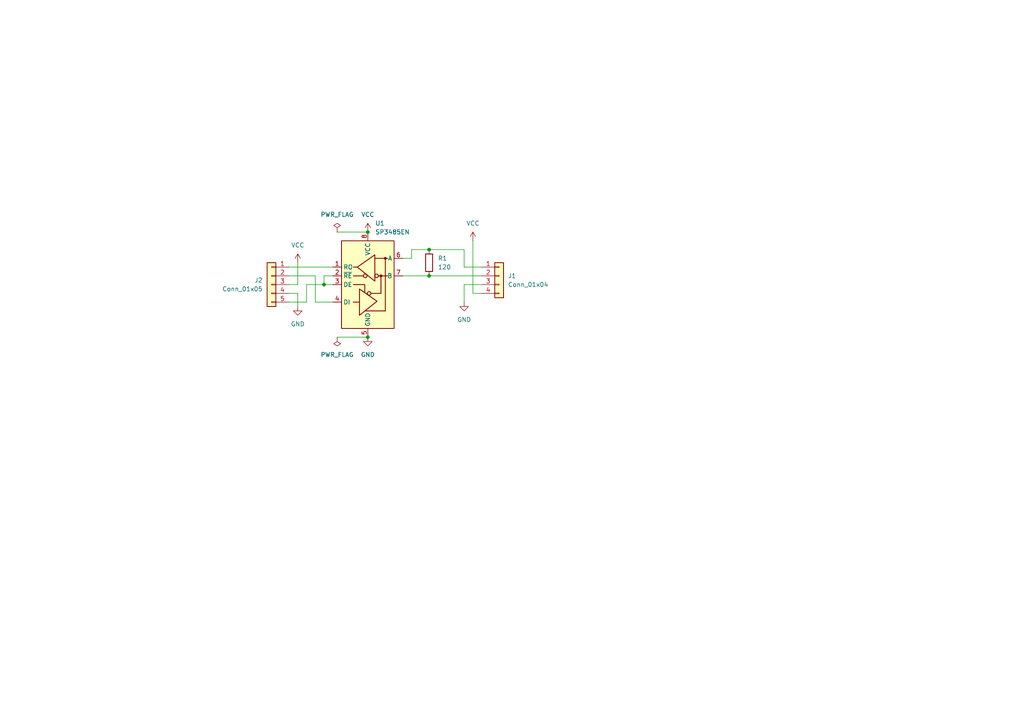
<source format=kicad_sch>
(kicad_sch
	(version 20250114)
	(generator "eeschema")
	(generator_version "9.0")
	(uuid "4aaea432-0f12-4680-bb45-1311fb849de5")
	(paper "A4")
	(lib_symbols
		(symbol "Connector_Generic:Conn_01x04"
			(pin_names
				(offset 1.016)
				(hide yes)
			)
			(exclude_from_sim no)
			(in_bom yes)
			(on_board yes)
			(property "Reference" "J"
				(at 0 5.08 0)
				(effects
					(font
						(size 1.27 1.27)
					)
				)
			)
			(property "Value" "Conn_01x04"
				(at 0 -7.62 0)
				(effects
					(font
						(size 1.27 1.27)
					)
				)
			)
			(property "Footprint" ""
				(at 0 0 0)
				(effects
					(font
						(size 1.27 1.27)
					)
					(hide yes)
				)
			)
			(property "Datasheet" "~"
				(at 0 0 0)
				(effects
					(font
						(size 1.27 1.27)
					)
					(hide yes)
				)
			)
			(property "Description" "Generic connector, single row, 01x04, script generated (kicad-library-utils/schlib/autogen/connector/)"
				(at 0 0 0)
				(effects
					(font
						(size 1.27 1.27)
					)
					(hide yes)
				)
			)
			(property "ki_keywords" "connector"
				(at 0 0 0)
				(effects
					(font
						(size 1.27 1.27)
					)
					(hide yes)
				)
			)
			(property "ki_fp_filters" "Connector*:*_1x??_*"
				(at 0 0 0)
				(effects
					(font
						(size 1.27 1.27)
					)
					(hide yes)
				)
			)
			(symbol "Conn_01x04_1_1"
				(rectangle
					(start -1.27 3.81)
					(end 1.27 -6.35)
					(stroke
						(width 0.254)
						(type default)
					)
					(fill
						(type background)
					)
				)
				(rectangle
					(start -1.27 2.667)
					(end 0 2.413)
					(stroke
						(width 0.1524)
						(type default)
					)
					(fill
						(type none)
					)
				)
				(rectangle
					(start -1.27 0.127)
					(end 0 -0.127)
					(stroke
						(width 0.1524)
						(type default)
					)
					(fill
						(type none)
					)
				)
				(rectangle
					(start -1.27 -2.413)
					(end 0 -2.667)
					(stroke
						(width 0.1524)
						(type default)
					)
					(fill
						(type none)
					)
				)
				(rectangle
					(start -1.27 -4.953)
					(end 0 -5.207)
					(stroke
						(width 0.1524)
						(type default)
					)
					(fill
						(type none)
					)
				)
				(pin passive line
					(at -5.08 2.54 0)
					(length 3.81)
					(name "Pin_1"
						(effects
							(font
								(size 1.27 1.27)
							)
						)
					)
					(number "1"
						(effects
							(font
								(size 1.27 1.27)
							)
						)
					)
				)
				(pin passive line
					(at -5.08 0 0)
					(length 3.81)
					(name "Pin_2"
						(effects
							(font
								(size 1.27 1.27)
							)
						)
					)
					(number "2"
						(effects
							(font
								(size 1.27 1.27)
							)
						)
					)
				)
				(pin passive line
					(at -5.08 -2.54 0)
					(length 3.81)
					(name "Pin_3"
						(effects
							(font
								(size 1.27 1.27)
							)
						)
					)
					(number "3"
						(effects
							(font
								(size 1.27 1.27)
							)
						)
					)
				)
				(pin passive line
					(at -5.08 -5.08 0)
					(length 3.81)
					(name "Pin_4"
						(effects
							(font
								(size 1.27 1.27)
							)
						)
					)
					(number "4"
						(effects
							(font
								(size 1.27 1.27)
							)
						)
					)
				)
			)
			(embedded_fonts no)
		)
		(symbol "Connector_Generic:Conn_01x05"
			(pin_names
				(offset 1.016)
				(hide yes)
			)
			(exclude_from_sim no)
			(in_bom yes)
			(on_board yes)
			(property "Reference" "J"
				(at 0 7.62 0)
				(effects
					(font
						(size 1.27 1.27)
					)
				)
			)
			(property "Value" "Conn_01x05"
				(at 0 -7.62 0)
				(effects
					(font
						(size 1.27 1.27)
					)
				)
			)
			(property "Footprint" ""
				(at 0 0 0)
				(effects
					(font
						(size 1.27 1.27)
					)
					(hide yes)
				)
			)
			(property "Datasheet" "~"
				(at 0 0 0)
				(effects
					(font
						(size 1.27 1.27)
					)
					(hide yes)
				)
			)
			(property "Description" "Generic connector, single row, 01x05, script generated (kicad-library-utils/schlib/autogen/connector/)"
				(at 0 0 0)
				(effects
					(font
						(size 1.27 1.27)
					)
					(hide yes)
				)
			)
			(property "ki_keywords" "connector"
				(at 0 0 0)
				(effects
					(font
						(size 1.27 1.27)
					)
					(hide yes)
				)
			)
			(property "ki_fp_filters" "Connector*:*_1x??_*"
				(at 0 0 0)
				(effects
					(font
						(size 1.27 1.27)
					)
					(hide yes)
				)
			)
			(symbol "Conn_01x05_1_1"
				(rectangle
					(start -1.27 6.35)
					(end 1.27 -6.35)
					(stroke
						(width 0.254)
						(type default)
					)
					(fill
						(type background)
					)
				)
				(rectangle
					(start -1.27 5.207)
					(end 0 4.953)
					(stroke
						(width 0.1524)
						(type default)
					)
					(fill
						(type none)
					)
				)
				(rectangle
					(start -1.27 2.667)
					(end 0 2.413)
					(stroke
						(width 0.1524)
						(type default)
					)
					(fill
						(type none)
					)
				)
				(rectangle
					(start -1.27 0.127)
					(end 0 -0.127)
					(stroke
						(width 0.1524)
						(type default)
					)
					(fill
						(type none)
					)
				)
				(rectangle
					(start -1.27 -2.413)
					(end 0 -2.667)
					(stroke
						(width 0.1524)
						(type default)
					)
					(fill
						(type none)
					)
				)
				(rectangle
					(start -1.27 -4.953)
					(end 0 -5.207)
					(stroke
						(width 0.1524)
						(type default)
					)
					(fill
						(type none)
					)
				)
				(pin passive line
					(at -5.08 5.08 0)
					(length 3.81)
					(name "Pin_1"
						(effects
							(font
								(size 1.27 1.27)
							)
						)
					)
					(number "1"
						(effects
							(font
								(size 1.27 1.27)
							)
						)
					)
				)
				(pin passive line
					(at -5.08 2.54 0)
					(length 3.81)
					(name "Pin_2"
						(effects
							(font
								(size 1.27 1.27)
							)
						)
					)
					(number "2"
						(effects
							(font
								(size 1.27 1.27)
							)
						)
					)
				)
				(pin passive line
					(at -5.08 0 0)
					(length 3.81)
					(name "Pin_3"
						(effects
							(font
								(size 1.27 1.27)
							)
						)
					)
					(number "3"
						(effects
							(font
								(size 1.27 1.27)
							)
						)
					)
				)
				(pin passive line
					(at -5.08 -2.54 0)
					(length 3.81)
					(name "Pin_4"
						(effects
							(font
								(size 1.27 1.27)
							)
						)
					)
					(number "4"
						(effects
							(font
								(size 1.27 1.27)
							)
						)
					)
				)
				(pin passive line
					(at -5.08 -5.08 0)
					(length 3.81)
					(name "Pin_5"
						(effects
							(font
								(size 1.27 1.27)
							)
						)
					)
					(number "5"
						(effects
							(font
								(size 1.27 1.27)
							)
						)
					)
				)
			)
			(embedded_fonts no)
		)
		(symbol "Device:R"
			(pin_numbers
				(hide yes)
			)
			(pin_names
				(offset 0)
			)
			(exclude_from_sim no)
			(in_bom yes)
			(on_board yes)
			(property "Reference" "R"
				(at 2.032 0 90)
				(effects
					(font
						(size 1.27 1.27)
					)
				)
			)
			(property "Value" "R"
				(at 0 0 90)
				(effects
					(font
						(size 1.27 1.27)
					)
				)
			)
			(property "Footprint" ""
				(at -1.778 0 90)
				(effects
					(font
						(size 1.27 1.27)
					)
					(hide yes)
				)
			)
			(property "Datasheet" "~"
				(at 0 0 0)
				(effects
					(font
						(size 1.27 1.27)
					)
					(hide yes)
				)
			)
			(property "Description" "Resistor"
				(at 0 0 0)
				(effects
					(font
						(size 1.27 1.27)
					)
					(hide yes)
				)
			)
			(property "ki_keywords" "R res resistor"
				(at 0 0 0)
				(effects
					(font
						(size 1.27 1.27)
					)
					(hide yes)
				)
			)
			(property "ki_fp_filters" "R_*"
				(at 0 0 0)
				(effects
					(font
						(size 1.27 1.27)
					)
					(hide yes)
				)
			)
			(symbol "R_0_1"
				(rectangle
					(start -1.016 -2.54)
					(end 1.016 2.54)
					(stroke
						(width 0.254)
						(type default)
					)
					(fill
						(type none)
					)
				)
			)
			(symbol "R_1_1"
				(pin passive line
					(at 0 3.81 270)
					(length 1.27)
					(name "~"
						(effects
							(font
								(size 1.27 1.27)
							)
						)
					)
					(number "1"
						(effects
							(font
								(size 1.27 1.27)
							)
						)
					)
				)
				(pin passive line
					(at 0 -3.81 90)
					(length 1.27)
					(name "~"
						(effects
							(font
								(size 1.27 1.27)
							)
						)
					)
					(number "2"
						(effects
							(font
								(size 1.27 1.27)
							)
						)
					)
				)
			)
			(embedded_fonts no)
		)
		(symbol "Interface_UART:SP3485EN"
			(exclude_from_sim no)
			(in_bom yes)
			(on_board yes)
			(property "Reference" "U"
				(at -7.62 13.97 0)
				(effects
					(font
						(size 1.27 1.27)
					)
					(justify left)
				)
			)
			(property "Value" "SP3485EN"
				(at 1.905 13.97 0)
				(effects
					(font
						(size 1.27 1.27)
					)
					(justify left)
				)
			)
			(property "Footprint" "Package_SO:SOIC-8_3.9x4.9mm_P1.27mm"
				(at 26.67 -8.89 0)
				(effects
					(font
						(size 1.27 1.27)
						(italic yes)
					)
					(hide yes)
				)
			)
			(property "Datasheet" "http://www.icbase.com/pdf/SPX/SPX00480106.pdf"
				(at 0 0 0)
				(effects
					(font
						(size 1.27 1.27)
					)
					(hide yes)
				)
			)
			(property "Description" "Industrial 3.3V Low Power Half-Duplex RS-485 Transceiver 10Mbps, SOIC-8"
				(at 0 0 0)
				(effects
					(font
						(size 1.27 1.27)
					)
					(hide yes)
				)
			)
			(property "ki_keywords" "Low Power Half-Duplex RS-485 Transceiver 10Mbps"
				(at 0 0 0)
				(effects
					(font
						(size 1.27 1.27)
					)
					(hide yes)
				)
			)
			(property "ki_fp_filters" "SOIC*3.9x4.9mm*P1.27mm*"
				(at 0 0 0)
				(effects
					(font
						(size 1.27 1.27)
					)
					(hide yes)
				)
			)
			(symbol "SP3485EN_0_1"
				(rectangle
					(start -7.62 12.7)
					(end 7.62 -12.7)
					(stroke
						(width 0.254)
						(type default)
					)
					(fill
						(type background)
					)
				)
				(polyline
					(pts
						(xy -4.191 2.54) (xy -1.27 2.54)
					)
					(stroke
						(width 0.254)
						(type default)
					)
					(fill
						(type none)
					)
				)
				(polyline
					(pts
						(xy -4.191 0) (xy -0.889 0) (xy -0.889 -2.286)
					)
					(stroke
						(width 0.254)
						(type default)
					)
					(fill
						(type none)
					)
				)
				(polyline
					(pts
						(xy -3.175 5.08) (xy -4.191 5.08) (xy -4.064 5.08)
					)
					(stroke
						(width 0.254)
						(type default)
					)
					(fill
						(type none)
					)
				)
				(polyline
					(pts
						(xy -2.54 -5.08) (xy -4.191 -5.08)
					)
					(stroke
						(width 0.254)
						(type default)
					)
					(fill
						(type none)
					)
				)
				(polyline
					(pts
						(xy -2.413 -5.08) (xy -2.413 -1.27) (xy 2.667 -4.826) (xy -2.413 -8.89) (xy -2.413 -5.08)
					)
					(stroke
						(width 0.254)
						(type default)
					)
					(fill
						(type none)
					)
				)
				(polyline
					(pts
						(xy -0.635 -7.62) (xy 5.08 -7.62)
					)
					(stroke
						(width 0.254)
						(type default)
					)
					(fill
						(type none)
					)
				)
				(circle
					(center 0.381 -2.54)
					(radius 0.508)
					(stroke
						(width 0.254)
						(type default)
					)
					(fill
						(type none)
					)
				)
				(polyline
					(pts
						(xy 0.889 -2.54) (xy 3.81 -2.54)
					)
					(stroke
						(width 0.254)
						(type default)
					)
					(fill
						(type none)
					)
				)
				(polyline
					(pts
						(xy 2.032 7.62) (xy 5.715 7.62)
					)
					(stroke
						(width 0.254)
						(type default)
					)
					(fill
						(type none)
					)
				)
				(polyline
					(pts
						(xy 3.048 2.54) (xy 5.715 2.54)
					)
					(stroke
						(width 0.254)
						(type default)
					)
					(fill
						(type none)
					)
				)
				(circle
					(center 3.81 2.54)
					(radius 0.2794)
					(stroke
						(width 0.254)
						(type default)
					)
					(fill
						(type outline)
					)
				)
				(polyline
					(pts
						(xy 3.81 -2.54) (xy 3.81 2.54)
					)
					(stroke
						(width 0.254)
						(type default)
					)
					(fill
						(type none)
					)
				)
				(polyline
					(pts
						(xy 5.08 -7.62) (xy 5.08 7.62)
					)
					(stroke
						(width 0.254)
						(type default)
					)
					(fill
						(type none)
					)
				)
			)
			(symbol "SP3485EN_1_1"
				(circle
					(center -0.762 2.54)
					(radius 0.508)
					(stroke
						(width 0.254)
						(type default)
					)
					(fill
						(type none)
					)
				)
				(polyline
					(pts
						(xy 2.032 4.826) (xy 2.032 8.636) (xy -3.048 5.08) (xy 2.032 1.016) (xy 2.032 4.826)
					)
					(stroke
						(width 0.254)
						(type default)
					)
					(fill
						(type none)
					)
				)
				(circle
					(center 2.54 2.54)
					(radius 0.508)
					(stroke
						(width 0.254)
						(type default)
					)
					(fill
						(type none)
					)
				)
				(circle
					(center 5.08 7.62)
					(radius 0.2794)
					(stroke
						(width 0.254)
						(type default)
					)
					(fill
						(type outline)
					)
				)
				(pin output line
					(at -10.16 5.08 0)
					(length 2.54)
					(name "RO"
						(effects
							(font
								(size 1.27 1.27)
							)
						)
					)
					(number "1"
						(effects
							(font
								(size 1.27 1.27)
							)
						)
					)
				)
				(pin input line
					(at -10.16 2.54 0)
					(length 2.54)
					(name "~{RE}"
						(effects
							(font
								(size 1.27 1.27)
							)
						)
					)
					(number "2"
						(effects
							(font
								(size 1.27 1.27)
							)
						)
					)
				)
				(pin input line
					(at -10.16 0 0)
					(length 2.54)
					(name "DE"
						(effects
							(font
								(size 1.27 1.27)
							)
						)
					)
					(number "3"
						(effects
							(font
								(size 1.27 1.27)
							)
						)
					)
				)
				(pin input line
					(at -10.16 -5.08 0)
					(length 2.54)
					(name "DI"
						(effects
							(font
								(size 1.27 1.27)
							)
						)
					)
					(number "4"
						(effects
							(font
								(size 1.27 1.27)
							)
						)
					)
				)
				(pin power_in line
					(at 0 15.24 270)
					(length 2.54)
					(name "VCC"
						(effects
							(font
								(size 1.27 1.27)
							)
						)
					)
					(number "8"
						(effects
							(font
								(size 1.27 1.27)
							)
						)
					)
				)
				(pin power_in line
					(at 0 -15.24 90)
					(length 2.54)
					(name "GND"
						(effects
							(font
								(size 1.27 1.27)
							)
						)
					)
					(number "5"
						(effects
							(font
								(size 1.27 1.27)
							)
						)
					)
				)
				(pin bidirectional line
					(at 10.16 7.62 180)
					(length 2.54)
					(name "A"
						(effects
							(font
								(size 1.27 1.27)
							)
						)
					)
					(number "6"
						(effects
							(font
								(size 1.27 1.27)
							)
						)
					)
				)
				(pin bidirectional line
					(at 10.16 2.54 180)
					(length 2.54)
					(name "B"
						(effects
							(font
								(size 1.27 1.27)
							)
						)
					)
					(number "7"
						(effects
							(font
								(size 1.27 1.27)
							)
						)
					)
				)
			)
			(embedded_fonts no)
		)
		(symbol "power:GND"
			(power)
			(pin_numbers
				(hide yes)
			)
			(pin_names
				(offset 0)
				(hide yes)
			)
			(exclude_from_sim no)
			(in_bom yes)
			(on_board yes)
			(property "Reference" "#PWR"
				(at 0 -6.35 0)
				(effects
					(font
						(size 1.27 1.27)
					)
					(hide yes)
				)
			)
			(property "Value" "GND"
				(at 0 -3.81 0)
				(effects
					(font
						(size 1.27 1.27)
					)
				)
			)
			(property "Footprint" ""
				(at 0 0 0)
				(effects
					(font
						(size 1.27 1.27)
					)
					(hide yes)
				)
			)
			(property "Datasheet" ""
				(at 0 0 0)
				(effects
					(font
						(size 1.27 1.27)
					)
					(hide yes)
				)
			)
			(property "Description" "Power symbol creates a global label with name \"GND\" , ground"
				(at 0 0 0)
				(effects
					(font
						(size 1.27 1.27)
					)
					(hide yes)
				)
			)
			(property "ki_keywords" "global power"
				(at 0 0 0)
				(effects
					(font
						(size 1.27 1.27)
					)
					(hide yes)
				)
			)
			(symbol "GND_0_1"
				(polyline
					(pts
						(xy 0 0) (xy 0 -1.27) (xy 1.27 -1.27) (xy 0 -2.54) (xy -1.27 -1.27) (xy 0 -1.27)
					)
					(stroke
						(width 0)
						(type default)
					)
					(fill
						(type none)
					)
				)
			)
			(symbol "GND_1_1"
				(pin power_in line
					(at 0 0 270)
					(length 0)
					(name "~"
						(effects
							(font
								(size 1.27 1.27)
							)
						)
					)
					(number "1"
						(effects
							(font
								(size 1.27 1.27)
							)
						)
					)
				)
			)
			(embedded_fonts no)
		)
		(symbol "power:PWR_FLAG"
			(power)
			(pin_numbers
				(hide yes)
			)
			(pin_names
				(offset 0)
				(hide yes)
			)
			(exclude_from_sim no)
			(in_bom yes)
			(on_board yes)
			(property "Reference" "#FLG"
				(at 0 1.905 0)
				(effects
					(font
						(size 1.27 1.27)
					)
					(hide yes)
				)
			)
			(property "Value" "PWR_FLAG"
				(at 0 3.81 0)
				(effects
					(font
						(size 1.27 1.27)
					)
				)
			)
			(property "Footprint" ""
				(at 0 0 0)
				(effects
					(font
						(size 1.27 1.27)
					)
					(hide yes)
				)
			)
			(property "Datasheet" "~"
				(at 0 0 0)
				(effects
					(font
						(size 1.27 1.27)
					)
					(hide yes)
				)
			)
			(property "Description" "Special symbol for telling ERC where power comes from"
				(at 0 0 0)
				(effects
					(font
						(size 1.27 1.27)
					)
					(hide yes)
				)
			)
			(property "ki_keywords" "flag power"
				(at 0 0 0)
				(effects
					(font
						(size 1.27 1.27)
					)
					(hide yes)
				)
			)
			(symbol "PWR_FLAG_0_0"
				(pin power_out line
					(at 0 0 90)
					(length 0)
					(name "~"
						(effects
							(font
								(size 1.27 1.27)
							)
						)
					)
					(number "1"
						(effects
							(font
								(size 1.27 1.27)
							)
						)
					)
				)
			)
			(symbol "PWR_FLAG_0_1"
				(polyline
					(pts
						(xy 0 0) (xy 0 1.27) (xy -1.016 1.905) (xy 0 2.54) (xy 1.016 1.905) (xy 0 1.27)
					)
					(stroke
						(width 0)
						(type default)
					)
					(fill
						(type none)
					)
				)
			)
			(embedded_fonts no)
		)
		(symbol "power:VCC"
			(power)
			(pin_numbers
				(hide yes)
			)
			(pin_names
				(offset 0)
				(hide yes)
			)
			(exclude_from_sim no)
			(in_bom yes)
			(on_board yes)
			(property "Reference" "#PWR"
				(at 0 -3.81 0)
				(effects
					(font
						(size 1.27 1.27)
					)
					(hide yes)
				)
			)
			(property "Value" "VCC"
				(at 0 3.556 0)
				(effects
					(font
						(size 1.27 1.27)
					)
				)
			)
			(property "Footprint" ""
				(at 0 0 0)
				(effects
					(font
						(size 1.27 1.27)
					)
					(hide yes)
				)
			)
			(property "Datasheet" ""
				(at 0 0 0)
				(effects
					(font
						(size 1.27 1.27)
					)
					(hide yes)
				)
			)
			(property "Description" "Power symbol creates a global label with name \"VCC\""
				(at 0 0 0)
				(effects
					(font
						(size 1.27 1.27)
					)
					(hide yes)
				)
			)
			(property "ki_keywords" "global power"
				(at 0 0 0)
				(effects
					(font
						(size 1.27 1.27)
					)
					(hide yes)
				)
			)
			(symbol "VCC_0_1"
				(polyline
					(pts
						(xy -0.762 1.27) (xy 0 2.54)
					)
					(stroke
						(width 0)
						(type default)
					)
					(fill
						(type none)
					)
				)
				(polyline
					(pts
						(xy 0 2.54) (xy 0.762 1.27)
					)
					(stroke
						(width 0)
						(type default)
					)
					(fill
						(type none)
					)
				)
				(polyline
					(pts
						(xy 0 0) (xy 0 2.54)
					)
					(stroke
						(width 0)
						(type default)
					)
					(fill
						(type none)
					)
				)
			)
			(symbol "VCC_1_1"
				(pin power_in line
					(at 0 0 90)
					(length 0)
					(name "~"
						(effects
							(font
								(size 1.27 1.27)
							)
						)
					)
					(number "1"
						(effects
							(font
								(size 1.27 1.27)
							)
						)
					)
				)
			)
			(embedded_fonts no)
		)
	)
	(junction
		(at 124.46 72.39)
		(diameter 0)
		(color 0 0 0 0)
		(uuid "0c984d04-beb3-48ac-8a88-9edeb64710c1")
	)
	(junction
		(at 124.46 80.01)
		(diameter 0)
		(color 0 0 0 0)
		(uuid "257569d4-5a22-4274-990d-cc2d71b0cc23")
	)
	(junction
		(at 106.68 97.79)
		(diameter 0)
		(color 0 0 0 0)
		(uuid "ad52242b-479d-46c6-9134-200e36f1ba6d")
	)
	(junction
		(at 93.98 82.55)
		(diameter 0)
		(color 0 0 0 0)
		(uuid "bb4aa653-a771-4504-b5f0-3a2131ac1f68")
	)
	(junction
		(at 106.68 67.31)
		(diameter 0)
		(color 0 0 0 0)
		(uuid "d2085c8a-386b-4dce-9146-cfa2f340dfaa")
	)
	(wire
		(pts
			(xy 124.46 72.39) (xy 134.62 72.39)
		)
		(stroke
			(width 0)
			(type default)
		)
		(uuid "0c34169a-a364-4965-ae07-01d7d7a9a7cd")
	)
	(wire
		(pts
			(xy 97.79 67.31) (xy 106.68 67.31)
		)
		(stroke
			(width 0)
			(type default)
		)
		(uuid "23065310-5b87-4f63-b4a9-103563615a12")
	)
	(wire
		(pts
			(xy 83.82 77.47) (xy 96.52 77.47)
		)
		(stroke
			(width 0)
			(type default)
		)
		(uuid "267c84e5-1b2b-488c-978f-788809dc5685")
	)
	(wire
		(pts
			(xy 139.7 77.47) (xy 134.62 77.47)
		)
		(stroke
			(width 0)
			(type default)
		)
		(uuid "2789c8cb-8f39-40c6-8af6-32d2a490e779")
	)
	(wire
		(pts
			(xy 93.98 82.55) (xy 96.52 82.55)
		)
		(stroke
			(width 0)
			(type default)
		)
		(uuid "2b7fbefd-d430-46df-be73-24fe353530bb")
	)
	(wire
		(pts
			(xy 134.62 77.47) (xy 134.62 72.39)
		)
		(stroke
			(width 0)
			(type default)
		)
		(uuid "32203d5e-e39f-4250-a244-a7c2d479eb3f")
	)
	(wire
		(pts
			(xy 83.82 80.01) (xy 91.44 80.01)
		)
		(stroke
			(width 0)
			(type default)
		)
		(uuid "365d6bf6-0f62-40c2-82b3-e1944a4b2d94")
	)
	(wire
		(pts
			(xy 86.36 85.09) (xy 83.82 85.09)
		)
		(stroke
			(width 0)
			(type default)
		)
		(uuid "3fb0bf1a-06b4-4e10-bc25-a6e629aa0c9e")
	)
	(wire
		(pts
			(xy 91.44 80.01) (xy 91.44 87.63)
		)
		(stroke
			(width 0)
			(type default)
		)
		(uuid "42e16727-8533-4f37-9115-1f430c0681ce")
	)
	(wire
		(pts
			(xy 83.82 87.63) (xy 88.9 87.63)
		)
		(stroke
			(width 0)
			(type default)
		)
		(uuid "47f95d68-5e33-4346-9480-3bcad8c64c40")
	)
	(wire
		(pts
			(xy 93.98 80.01) (xy 93.98 82.55)
		)
		(stroke
			(width 0)
			(type default)
		)
		(uuid "55aa2b58-7be8-48fa-a219-5d166be109ec")
	)
	(wire
		(pts
			(xy 116.84 80.01) (xy 124.46 80.01)
		)
		(stroke
			(width 0)
			(type default)
		)
		(uuid "5a7ebb71-d8d6-45b9-983b-ff2ea797580f")
	)
	(wire
		(pts
			(xy 96.52 80.01) (xy 93.98 80.01)
		)
		(stroke
			(width 0)
			(type default)
		)
		(uuid "6a33abf3-bdb2-4ef3-96f0-31961c959427")
	)
	(wire
		(pts
			(xy 134.62 87.63) (xy 134.62 82.55)
		)
		(stroke
			(width 0)
			(type default)
		)
		(uuid "8337b0b5-4bdc-41fe-a858-07afab64ab58")
	)
	(wire
		(pts
			(xy 86.36 88.9) (xy 86.36 85.09)
		)
		(stroke
			(width 0)
			(type default)
		)
		(uuid "8bd79534-7c3c-4a2a-b712-66873c324403")
	)
	(wire
		(pts
			(xy 86.36 82.55) (xy 83.82 82.55)
		)
		(stroke
			(width 0)
			(type default)
		)
		(uuid "8e032608-5775-434e-8360-bfd3c5ea74c3")
	)
	(wire
		(pts
			(xy 86.36 76.2) (xy 86.36 82.55)
		)
		(stroke
			(width 0)
			(type default)
		)
		(uuid "91671e65-0563-48e0-be46-6f4ebfb8a1e9")
	)
	(wire
		(pts
			(xy 88.9 82.55) (xy 93.98 82.55)
		)
		(stroke
			(width 0)
			(type default)
		)
		(uuid "959aa2d7-7450-4787-8c68-5d58f75c2dba")
	)
	(wire
		(pts
			(xy 119.38 72.39) (xy 119.38 74.93)
		)
		(stroke
			(width 0)
			(type default)
		)
		(uuid "a2a5dc27-1695-4307-8bb7-811d8458a5a6")
	)
	(wire
		(pts
			(xy 97.79 97.79) (xy 106.68 97.79)
		)
		(stroke
			(width 0)
			(type default)
		)
		(uuid "adf10038-80d1-479f-a091-02e6c78c8d95")
	)
	(wire
		(pts
			(xy 119.38 74.93) (xy 116.84 74.93)
		)
		(stroke
			(width 0)
			(type default)
		)
		(uuid "b46222dc-b6b6-4d4e-8975-5a7fddbe545d")
	)
	(wire
		(pts
			(xy 91.44 87.63) (xy 96.52 87.63)
		)
		(stroke
			(width 0)
			(type default)
		)
		(uuid "b48c8483-b67a-4aa7-b05f-7adee66c694a")
	)
	(wire
		(pts
			(xy 124.46 80.01) (xy 139.7 80.01)
		)
		(stroke
			(width 0)
			(type default)
		)
		(uuid "b65689e7-e035-4b8f-b881-d4b3df97a265")
	)
	(wire
		(pts
			(xy 137.16 69.85) (xy 137.16 85.09)
		)
		(stroke
			(width 0)
			(type default)
		)
		(uuid "bdc1c7b2-f3be-4a00-a64f-02be97f34fd0")
	)
	(wire
		(pts
			(xy 119.38 72.39) (xy 124.46 72.39)
		)
		(stroke
			(width 0)
			(type default)
		)
		(uuid "ebad5cfc-ae87-4477-a96e-bb5431e7cbfa")
	)
	(wire
		(pts
			(xy 137.16 85.09) (xy 139.7 85.09)
		)
		(stroke
			(width 0)
			(type default)
		)
		(uuid "ef9e74ae-8fea-4603-92bc-4cd3337df7e8")
	)
	(wire
		(pts
			(xy 134.62 82.55) (xy 139.7 82.55)
		)
		(stroke
			(width 0)
			(type default)
		)
		(uuid "f952de11-7637-4bec-bed1-2076e680a0d6")
	)
	(wire
		(pts
			(xy 88.9 87.63) (xy 88.9 82.55)
		)
		(stroke
			(width 0)
			(type default)
		)
		(uuid "fc5485fe-7373-46ee-9501-11d727dea0cc")
	)
	(symbol
		(lib_id "power:GND")
		(at 106.68 97.79 0)
		(unit 1)
		(exclude_from_sim no)
		(in_bom yes)
		(on_board yes)
		(dnp no)
		(fields_autoplaced yes)
		(uuid "0cb40269-0cb5-4012-8131-6d994b9f691c")
		(property "Reference" "#PWR02"
			(at 106.68 104.14 0)
			(effects
				(font
					(size 1.27 1.27)
				)
				(hide yes)
			)
		)
		(property "Value" "GND"
			(at 106.68 102.87 0)
			(effects
				(font
					(size 1.27 1.27)
				)
			)
		)
		(property "Footprint" ""
			(at 106.68 97.79 0)
			(effects
				(font
					(size 1.27 1.27)
				)
				(hide yes)
			)
		)
		(property "Datasheet" ""
			(at 106.68 97.79 0)
			(effects
				(font
					(size 1.27 1.27)
				)
				(hide yes)
			)
		)
		(property "Description" "Power symbol creates a global label with name \"GND\" , ground"
			(at 106.68 97.79 0)
			(effects
				(font
					(size 1.27 1.27)
				)
				(hide yes)
			)
		)
		(pin "1"
			(uuid "d4ee99a4-6c06-4bb1-af08-fa006bea7999")
		)
		(instances
			(project ""
				(path "/4aaea432-0f12-4680-bb45-1311fb849de5"
					(reference "#PWR02")
					(unit 1)
				)
			)
		)
	)
	(symbol
		(lib_id "power:PWR_FLAG")
		(at 97.79 67.31 0)
		(unit 1)
		(exclude_from_sim no)
		(in_bom yes)
		(on_board yes)
		(dnp no)
		(fields_autoplaced yes)
		(uuid "1b1bebc2-9716-4dcf-a465-b3a5525171f4")
		(property "Reference" "#FLG01"
			(at 97.79 65.405 0)
			(effects
				(font
					(size 1.27 1.27)
				)
				(hide yes)
			)
		)
		(property "Value" "PWR_FLAG"
			(at 97.79 62.23 0)
			(effects
				(font
					(size 1.27 1.27)
				)
			)
		)
		(property "Footprint" ""
			(at 97.79 67.31 0)
			(effects
				(font
					(size 1.27 1.27)
				)
				(hide yes)
			)
		)
		(property "Datasheet" "~"
			(at 97.79 67.31 0)
			(effects
				(font
					(size 1.27 1.27)
				)
				(hide yes)
			)
		)
		(property "Description" "Special symbol for telling ERC where power comes from"
			(at 97.79 67.31 0)
			(effects
				(font
					(size 1.27 1.27)
				)
				(hide yes)
			)
		)
		(pin "1"
			(uuid "b2fb477a-50e2-44d8-978e-72acd2f10d1b")
		)
		(instances
			(project ""
				(path "/4aaea432-0f12-4680-bb45-1311fb849de5"
					(reference "#FLG01")
					(unit 1)
				)
			)
		)
	)
	(symbol
		(lib_id "Connector_Generic:Conn_01x04")
		(at 144.78 80.01 0)
		(unit 1)
		(exclude_from_sim no)
		(in_bom yes)
		(on_board yes)
		(dnp no)
		(fields_autoplaced yes)
		(uuid "22b1e1f2-fe93-4979-a8c4-66d62fc73fa6")
		(property "Reference" "J1"
			(at 147.32 80.0099 0)
			(effects
				(font
					(size 1.27 1.27)
				)
				(justify left)
			)
		)
		(property "Value" "Conn_01x04"
			(at 147.32 82.5499 0)
			(effects
				(font
					(size 1.27 1.27)
				)
				(justify left)
			)
		)
		(property "Footprint" "Connector_JST:JST_XH_S4B-XH-A_1x04_P2.50mm_Horizontal"
			(at 144.78 80.01 0)
			(effects
				(font
					(size 1.27 1.27)
				)
				(hide yes)
			)
		)
		(property "Datasheet" "~"
			(at 144.78 80.01 0)
			(effects
				(font
					(size 1.27 1.27)
				)
				(hide yes)
			)
		)
		(property "Description" "Generic connector, single row, 01x04, script generated (kicad-library-utils/schlib/autogen/connector/)"
			(at 144.78 80.01 0)
			(effects
				(font
					(size 1.27 1.27)
				)
				(hide yes)
			)
		)
		(pin "4"
			(uuid "8fa8469f-ed81-4a94-8544-b8a9dcb49a13")
		)
		(pin "1"
			(uuid "f836978b-5dfc-419c-b592-df467b7b6b3d")
		)
		(pin "2"
			(uuid "cb1d87fc-cd91-4fc3-822f-77f59b6a6d1f")
		)
		(pin "3"
			(uuid "832adb21-e3da-4172-b503-e831995a9554")
		)
		(instances
			(project ""
				(path "/4aaea432-0f12-4680-bb45-1311fb849de5"
					(reference "J1")
					(unit 1)
				)
			)
		)
	)
	(symbol
		(lib_id "power:VCC")
		(at 106.68 67.31 0)
		(unit 1)
		(exclude_from_sim no)
		(in_bom yes)
		(on_board yes)
		(dnp no)
		(fields_autoplaced yes)
		(uuid "4a3b0841-aab6-4e60-9ab2-cae45ef8551c")
		(property "Reference" "#PWR01"
			(at 106.68 71.12 0)
			(effects
				(font
					(size 1.27 1.27)
				)
				(hide yes)
			)
		)
		(property "Value" "VCC"
			(at 106.68 62.23 0)
			(effects
				(font
					(size 1.27 1.27)
				)
			)
		)
		(property "Footprint" ""
			(at 106.68 67.31 0)
			(effects
				(font
					(size 1.27 1.27)
				)
				(hide yes)
			)
		)
		(property "Datasheet" ""
			(at 106.68 67.31 0)
			(effects
				(font
					(size 1.27 1.27)
				)
				(hide yes)
			)
		)
		(property "Description" "Power symbol creates a global label with name \"VCC\""
			(at 106.68 67.31 0)
			(effects
				(font
					(size 1.27 1.27)
				)
				(hide yes)
			)
		)
		(pin "1"
			(uuid "17b5579f-2387-40b5-be10-93f59407b02b")
		)
		(instances
			(project ""
				(path "/4aaea432-0f12-4680-bb45-1311fb849de5"
					(reference "#PWR01")
					(unit 1)
				)
			)
		)
	)
	(symbol
		(lib_id "power:VCC")
		(at 86.36 76.2 0)
		(unit 1)
		(exclude_from_sim no)
		(in_bom yes)
		(on_board yes)
		(dnp no)
		(fields_autoplaced yes)
		(uuid "5647b889-1a7a-46d9-baff-4ac4754877ba")
		(property "Reference" "#PWR05"
			(at 86.36 80.01 0)
			(effects
				(font
					(size 1.27 1.27)
				)
				(hide yes)
			)
		)
		(property "Value" "VCC"
			(at 86.36 71.12 0)
			(effects
				(font
					(size 1.27 1.27)
				)
			)
		)
		(property "Footprint" ""
			(at 86.36 76.2 0)
			(effects
				(font
					(size 1.27 1.27)
				)
				(hide yes)
			)
		)
		(property "Datasheet" ""
			(at 86.36 76.2 0)
			(effects
				(font
					(size 1.27 1.27)
				)
				(hide yes)
			)
		)
		(property "Description" "Power symbol creates a global label with name \"VCC\""
			(at 86.36 76.2 0)
			(effects
				(font
					(size 1.27 1.27)
				)
				(hide yes)
			)
		)
		(pin "1"
			(uuid "b1e68028-cc99-4cdf-b9b4-e78d68ffb57b")
		)
		(instances
			(project "RS485"
				(path "/4aaea432-0f12-4680-bb45-1311fb849de5"
					(reference "#PWR05")
					(unit 1)
				)
			)
		)
	)
	(symbol
		(lib_id "power:VCC")
		(at 137.16 69.85 0)
		(unit 1)
		(exclude_from_sim no)
		(in_bom yes)
		(on_board yes)
		(dnp no)
		(fields_autoplaced yes)
		(uuid "60db1a0b-dc8e-490e-b31d-3eea697668a5")
		(property "Reference" "#PWR03"
			(at 137.16 73.66 0)
			(effects
				(font
					(size 1.27 1.27)
				)
				(hide yes)
			)
		)
		(property "Value" "VCC"
			(at 137.16 64.77 0)
			(effects
				(font
					(size 1.27 1.27)
				)
			)
		)
		(property "Footprint" ""
			(at 137.16 69.85 0)
			(effects
				(font
					(size 1.27 1.27)
				)
				(hide yes)
			)
		)
		(property "Datasheet" ""
			(at 137.16 69.85 0)
			(effects
				(font
					(size 1.27 1.27)
				)
				(hide yes)
			)
		)
		(property "Description" "Power symbol creates a global label with name \"VCC\""
			(at 137.16 69.85 0)
			(effects
				(font
					(size 1.27 1.27)
				)
				(hide yes)
			)
		)
		(pin "1"
			(uuid "a47a7d97-93a5-4b31-a966-cea0153c044d")
		)
		(instances
			(project "RS485"
				(path "/4aaea432-0f12-4680-bb45-1311fb849de5"
					(reference "#PWR03")
					(unit 1)
				)
			)
		)
	)
	(symbol
		(lib_id "Interface_UART:SP3485EN")
		(at 106.68 82.55 0)
		(unit 1)
		(exclude_from_sim no)
		(in_bom yes)
		(on_board yes)
		(dnp no)
		(fields_autoplaced yes)
		(uuid "8c48e714-2430-47ad-9570-544040d90d8c")
		(property "Reference" "U1"
			(at 108.8233 64.77 0)
			(effects
				(font
					(size 1.27 1.27)
				)
				(justify left)
			)
		)
		(property "Value" "SP3485EN"
			(at 108.8233 67.31 0)
			(effects
				(font
					(size 1.27 1.27)
				)
				(justify left)
			)
		)
		(property "Footprint" "Package_SO:SOIC-8_3.9x4.9mm_P1.27mm"
			(at 133.35 91.44 0)
			(effects
				(font
					(size 1.27 1.27)
					(italic yes)
				)
				(hide yes)
			)
		)
		(property "Datasheet" "http://www.icbase.com/pdf/SPX/SPX00480106.pdf"
			(at 106.68 82.55 0)
			(effects
				(font
					(size 1.27 1.27)
				)
				(hide yes)
			)
		)
		(property "Description" "Industrial 3.3V Low Power Half-Duplex RS-485 Transceiver 10Mbps, SOIC-8"
			(at 106.68 82.55 0)
			(effects
				(font
					(size 1.27 1.27)
				)
				(hide yes)
			)
		)
		(property "LCSC" "C8963"
			(at 106.68 82.55 0)
			(effects
				(font
					(size 1.27 1.27)
				)
				(hide yes)
			)
		)
		(pin "5"
			(uuid "4086e309-d278-4747-be9f-0d8e0734d565")
		)
		(pin "1"
			(uuid "7c15ad30-dfe0-4f80-b442-849d557d0904")
		)
		(pin "2"
			(uuid "9dc30a56-1ec8-4344-a735-257f4c6661ba")
		)
		(pin "7"
			(uuid "fe350d5a-261b-41c9-9697-831ee192fc27")
		)
		(pin "8"
			(uuid "9b8dc78a-eab8-4c06-8945-879adc461188")
		)
		(pin "6"
			(uuid "79e8e165-021d-42e9-8a4e-90ab67ba8bf6")
		)
		(pin "3"
			(uuid "3d8db4e5-5082-4525-937f-d18a24b78951")
		)
		(pin "4"
			(uuid "fecec43d-387b-4d25-a1cf-268885240df4")
		)
		(instances
			(project ""
				(path "/4aaea432-0f12-4680-bb45-1311fb849de5"
					(reference "U1")
					(unit 1)
				)
			)
		)
	)
	(symbol
		(lib_id "Connector_Generic:Conn_01x05")
		(at 78.74 82.55 0)
		(mirror y)
		(unit 1)
		(exclude_from_sim no)
		(in_bom yes)
		(on_board yes)
		(dnp no)
		(uuid "8e8ce2d0-3ebd-4e10-ba35-01d8a6e1b167")
		(property "Reference" "J2"
			(at 76.2 81.2799 0)
			(effects
				(font
					(size 1.27 1.27)
				)
				(justify left)
			)
		)
		(property "Value" "Conn_01x05"
			(at 76.2 83.8199 0)
			(effects
				(font
					(size 1.27 1.27)
				)
				(justify left)
			)
		)
		(property "Footprint" "Connector_JST:JST_XH_S5B-XH-A_1x05_P2.50mm_Horizontal"
			(at 78.74 82.55 0)
			(effects
				(font
					(size 1.27 1.27)
				)
				(hide yes)
			)
		)
		(property "Datasheet" "~"
			(at 78.74 82.55 0)
			(effects
				(font
					(size 1.27 1.27)
				)
				(hide yes)
			)
		)
		(property "Description" "Generic connector, single row, 01x05, script generated (kicad-library-utils/schlib/autogen/connector/)"
			(at 78.74 82.55 0)
			(effects
				(font
					(size 1.27 1.27)
				)
				(hide yes)
			)
		)
		(pin "4"
			(uuid "1b946875-4821-410e-85a7-8c6f9adaaa64")
		)
		(pin "3"
			(uuid "4e90597f-5ea0-4886-b13e-2aa116f17da4")
		)
		(pin "5"
			(uuid "11c09cd5-bac8-4e4e-912b-2024552463d1")
		)
		(pin "1"
			(uuid "ad3a8ca8-3938-43ee-8d1c-d56f5c403ee9")
		)
		(pin "2"
			(uuid "42eac0a7-2d58-4ea8-aa43-928a3017cb5d")
		)
		(instances
			(project ""
				(path "/4aaea432-0f12-4680-bb45-1311fb849de5"
					(reference "J2")
					(unit 1)
				)
			)
		)
	)
	(symbol
		(lib_id "power:GND")
		(at 86.36 88.9 0)
		(unit 1)
		(exclude_from_sim no)
		(in_bom yes)
		(on_board yes)
		(dnp no)
		(fields_autoplaced yes)
		(uuid "ba9285f8-fc91-42de-8ebd-48e030ecaa4d")
		(property "Reference" "#PWR06"
			(at 86.36 95.25 0)
			(effects
				(font
					(size 1.27 1.27)
				)
				(hide yes)
			)
		)
		(property "Value" "GND"
			(at 86.36 93.98 0)
			(effects
				(font
					(size 1.27 1.27)
				)
			)
		)
		(property "Footprint" ""
			(at 86.36 88.9 0)
			(effects
				(font
					(size 1.27 1.27)
				)
				(hide yes)
			)
		)
		(property "Datasheet" ""
			(at 86.36 88.9 0)
			(effects
				(font
					(size 1.27 1.27)
				)
				(hide yes)
			)
		)
		(property "Description" "Power symbol creates a global label with name \"GND\" , ground"
			(at 86.36 88.9 0)
			(effects
				(font
					(size 1.27 1.27)
				)
				(hide yes)
			)
		)
		(pin "1"
			(uuid "4c7a23ed-d297-446f-889b-f201014590f7")
		)
		(instances
			(project "RS485"
				(path "/4aaea432-0f12-4680-bb45-1311fb849de5"
					(reference "#PWR06")
					(unit 1)
				)
			)
		)
	)
	(symbol
		(lib_id "Device:R")
		(at 124.46 76.2 0)
		(unit 1)
		(exclude_from_sim no)
		(in_bom yes)
		(on_board yes)
		(dnp no)
		(fields_autoplaced yes)
		(uuid "c0f37901-aedd-4af7-b84b-ee51669c0631")
		(property "Reference" "R1"
			(at 127 74.9299 0)
			(effects
				(font
					(size 1.27 1.27)
				)
				(justify left)
			)
		)
		(property "Value" "120"
			(at 127 77.4699 0)
			(effects
				(font
					(size 1.27 1.27)
				)
				(justify left)
			)
		)
		(property "Footprint" "Resistor_SMD:R_0805_2012Metric"
			(at 122.682 76.2 90)
			(effects
				(font
					(size 1.27 1.27)
				)
				(hide yes)
			)
		)
		(property "Datasheet" "~"
			(at 124.46 76.2 0)
			(effects
				(font
					(size 1.27 1.27)
				)
				(hide yes)
			)
		)
		(property "Description" "Resistor"
			(at 124.46 76.2 0)
			(effects
				(font
					(size 1.27 1.27)
				)
				(hide yes)
			)
		)
		(property "LCSC" "C17437"
			(at 124.46 76.2 0)
			(effects
				(font
					(size 1.27 1.27)
				)
				(hide yes)
			)
		)
		(pin "1"
			(uuid "0faf1f2d-f237-4a02-8d9f-d214a422f79f")
		)
		(pin "2"
			(uuid "d2ad9f19-5e9b-4045-9471-58f38a6fbea5")
		)
		(instances
			(project ""
				(path "/4aaea432-0f12-4680-bb45-1311fb849de5"
					(reference "R1")
					(unit 1)
				)
			)
		)
	)
	(symbol
		(lib_id "power:GND")
		(at 134.62 87.63 0)
		(unit 1)
		(exclude_from_sim no)
		(in_bom yes)
		(on_board yes)
		(dnp no)
		(fields_autoplaced yes)
		(uuid "eb0ca12b-cc17-4b78-a10a-63c622a50591")
		(property "Reference" "#PWR04"
			(at 134.62 93.98 0)
			(effects
				(font
					(size 1.27 1.27)
				)
				(hide yes)
			)
		)
		(property "Value" "GND"
			(at 134.62 92.71 0)
			(effects
				(font
					(size 1.27 1.27)
				)
			)
		)
		(property "Footprint" ""
			(at 134.62 87.63 0)
			(effects
				(font
					(size 1.27 1.27)
				)
				(hide yes)
			)
		)
		(property "Datasheet" ""
			(at 134.62 87.63 0)
			(effects
				(font
					(size 1.27 1.27)
				)
				(hide yes)
			)
		)
		(property "Description" "Power symbol creates a global label with name \"GND\" , ground"
			(at 134.62 87.63 0)
			(effects
				(font
					(size 1.27 1.27)
				)
				(hide yes)
			)
		)
		(pin "1"
			(uuid "8d884cb7-8f78-44a4-9fb8-70ad928728ad")
		)
		(instances
			(project "RS485"
				(path "/4aaea432-0f12-4680-bb45-1311fb849de5"
					(reference "#PWR04")
					(unit 1)
				)
			)
		)
	)
	(symbol
		(lib_id "power:PWR_FLAG")
		(at 97.79 97.79 180)
		(unit 1)
		(exclude_from_sim no)
		(in_bom yes)
		(on_board yes)
		(dnp no)
		(fields_autoplaced yes)
		(uuid "f9b715d9-78b4-4ca6-8cee-beecde72e7c8")
		(property "Reference" "#FLG02"
			(at 97.79 99.695 0)
			(effects
				(font
					(size 1.27 1.27)
				)
				(hide yes)
			)
		)
		(property "Value" "PWR_FLAG"
			(at 97.79 102.87 0)
			(effects
				(font
					(size 1.27 1.27)
				)
			)
		)
		(property "Footprint" ""
			(at 97.79 97.79 0)
			(effects
				(font
					(size 1.27 1.27)
				)
				(hide yes)
			)
		)
		(property "Datasheet" "~"
			(at 97.79 97.79 0)
			(effects
				(font
					(size 1.27 1.27)
				)
				(hide yes)
			)
		)
		(property "Description" "Special symbol for telling ERC where power comes from"
			(at 97.79 97.79 0)
			(effects
				(font
					(size 1.27 1.27)
				)
				(hide yes)
			)
		)
		(pin "1"
			(uuid "254b599e-0665-4b55-8bb5-c8fdb7b62049")
		)
		(instances
			(project "RS485"
				(path "/4aaea432-0f12-4680-bb45-1311fb849de5"
					(reference "#FLG02")
					(unit 1)
				)
			)
		)
	)
	(sheet_instances
		(path "/"
			(page "1")
		)
	)
	(embedded_fonts no)
)

</source>
